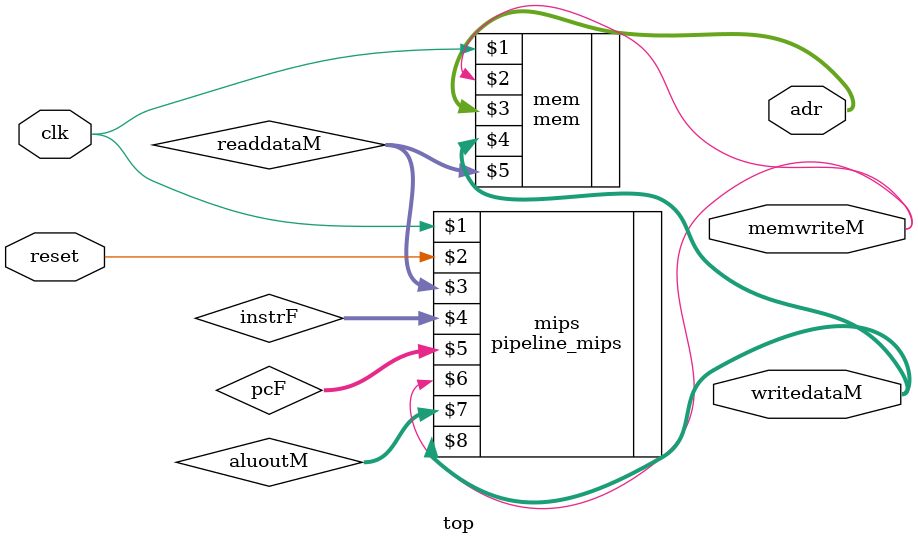
<source format=sv>
`timescale 1ns / 1ps
module top(input  logic        clk, reset, 
           output logic [31:0] writedataM, adr, 
           output logic        memwriteM);

  logic [31:0] readdataM, pcF, instrF, aluoutM;
  
  // microprocessor (control & datapath)
  //mips mips(clk, reset, adr, writedata, memwrite, readdata);
  pipeline_mips mips( clk, reset, readdataM, instrF, pcF, memwriteM, aluoutM, writedataM );

  // memory 
  mem mem(clk, memwriteM, adr, writedataM, readdataM);

endmodule

</source>
